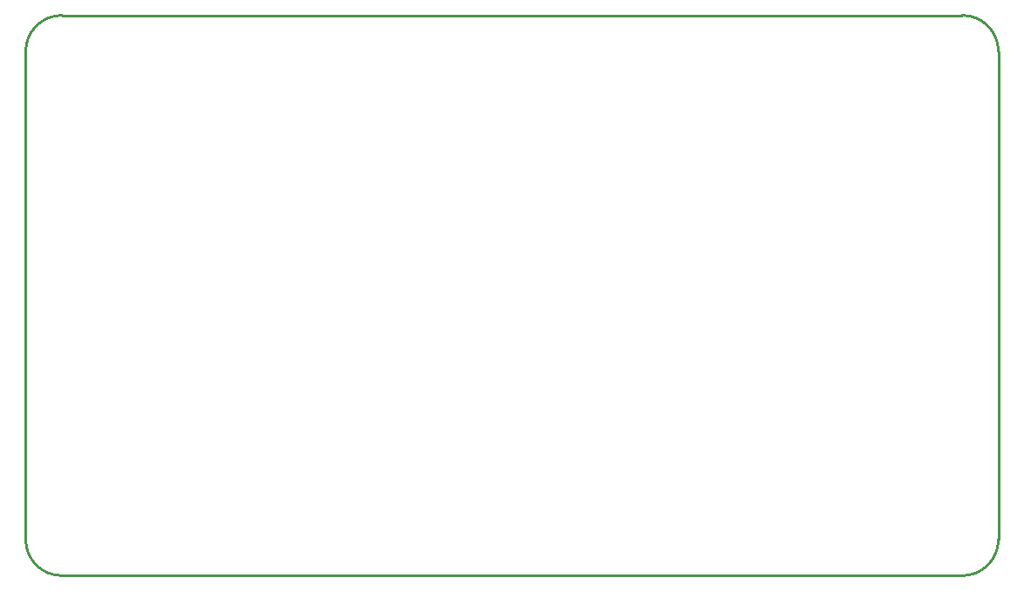
<source format=gko>
G04 Layer: BoardOutline*
G04 EasyEDA v6.3.22, 2020-02-16T12:15:52--5:00*
G04 381979cff6bd47818e4e504fc6c237e0,2cc9782d1759487288c44a1c2d283d62,10*
G04 Gerber Generator version 0.2*
G04 Scale: 100 percent, Rotated: No, Reflected: No *
G04 Dimensions in millimeters *
G04 leading zeros omitted , absolute positions ,3 integer and 3 decimal *
%FSLAX33Y33*%
%MOMM*%
G90*
G71D02*

%ADD10C,0.254000*%
G54D10*
G01X0Y3499D02*
G01X0Y50999D01*
G01X90999Y0D02*
G01X3499Y0D01*
G01X94499Y50999D02*
G01X94499Y3499D01*
G01X3499Y54499D02*
G01X90999Y54499D01*
G75*
G01X91000Y54500D02*
G02X94500Y51000I0J-3500D01*
G01*
G75*
G01X0Y51000D02*
G02X3500Y54500I3500J0D01*
G01*
G75*
G01X3500Y0D02*
G02X0Y3500I0J3500D01*
G01*
G75*
G01X94500Y3500D02*
G02X91000Y0I-3500J0D01*
G01*

%LPD*%
M00*
M02*

</source>
